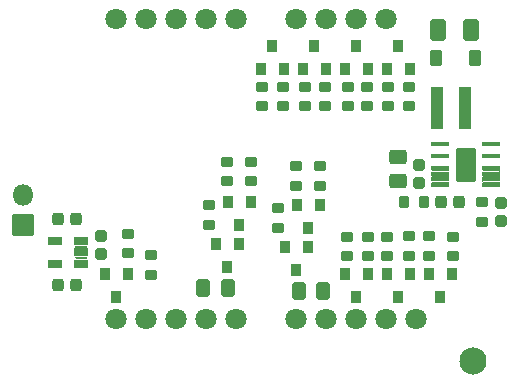
<source format=gbr>
%TF.GenerationSoftware,KiCad,Pcbnew,6.0.6-1.fc35*%
%TF.CreationDate,2022-07-26T21:01:35+02:00*%
%TF.ProjectId,Nixiewatch,4e697869-6577-4617-9463-682e6b696361,rev?*%
%TF.SameCoordinates,Original*%
%TF.FileFunction,Soldermask,Top*%
%TF.FilePolarity,Negative*%
%FSLAX46Y46*%
G04 Gerber Fmt 4.6, Leading zero omitted, Abs format (unit mm)*
G04 Created by KiCad (PCBNEW 6.0.6-1.fc35) date 2022-07-26 21:01:35*
%MOMM*%
%LPD*%
G01*
G04 APERTURE LIST*
G04 Aperture macros list*
%AMRoundRect*
0 Rectangle with rounded corners*
0 $1 Rounding radius*
0 $2 $3 $4 $5 $6 $7 $8 $9 X,Y pos of 4 corners*
0 Add a 4 corners polygon primitive as box body*
4,1,4,$2,$3,$4,$5,$6,$7,$8,$9,$2,$3,0*
0 Add four circle primitives for the rounded corners*
1,1,$1+$1,$2,$3*
1,1,$1+$1,$4,$5*
1,1,$1+$1,$6,$7*
1,1,$1+$1,$8,$9*
0 Add four rect primitives between the rounded corners*
20,1,$1+$1,$2,$3,$4,$5,0*
20,1,$1+$1,$4,$5,$6,$7,0*
20,1,$1+$1,$6,$7,$8,$9,0*
20,1,$1+$1,$8,$9,$2,$3,0*%
G04 Aperture macros list end*
%ADD10C,1.802000*%
%ADD11RoundRect,0.051000X0.850000X0.850000X-0.850000X0.850000X-0.850000X-0.850000X0.850000X-0.850000X0*%
%ADD12O,1.802000X1.802000*%
%ADD13C,2.302000*%
%ADD14RoundRect,0.276000X-0.250000X0.225000X-0.250000X-0.225000X0.250000X-0.225000X0.250000X0.225000X0*%
%ADD15RoundRect,0.276000X-0.225000X-0.250000X0.225000X-0.250000X0.225000X0.250000X-0.225000X0.250000X0*%
%ADD16RoundRect,0.251000X-0.275000X0.200000X-0.275000X-0.200000X0.275000X-0.200000X0.275000X0.200000X0*%
%ADD17RoundRect,0.051000X-0.400000X0.450000X-0.400000X-0.450000X0.400000X-0.450000X0.400000X0.450000X0*%
%ADD18RoundRect,0.051000X0.400000X-0.450000X0.400000X0.450000X-0.400000X0.450000X-0.400000X-0.450000X0*%
%ADD19RoundRect,0.251000X0.275000X-0.200000X0.275000X0.200000X-0.275000X0.200000X-0.275000X-0.200000X0*%
%ADD20RoundRect,0.301000X-0.325000X-0.450000X0.325000X-0.450000X0.325000X0.450000X-0.325000X0.450000X0*%
%ADD21RoundRect,0.051000X0.530000X0.325000X-0.530000X0.325000X-0.530000X-0.325000X0.530000X-0.325000X0*%
%ADD22RoundRect,0.251000X-0.200000X-0.275000X0.200000X-0.275000X0.200000X0.275000X-0.200000X0.275000X0*%
%ADD23RoundRect,0.301000X-0.450000X0.325000X-0.450000X-0.325000X0.450000X-0.325000X0.450000X0.325000X0*%
%ADD24RoundRect,0.126000X-0.650000X-0.075000X0.650000X-0.075000X0.650000X0.075000X-0.650000X0.075000X0*%
%ADD25RoundRect,0.300999X-0.575501X-1.172501X0.575501X-1.172501X0.575501X1.172501X-0.575501X1.172501X0*%
%ADD26RoundRect,0.051000X-0.490000X-1.700000X0.490000X-1.700000X0.490000X1.700000X-0.490000X1.700000X0*%
%ADD27RoundRect,0.301000X-0.375000X-0.625000X0.375000X-0.625000X0.375000X0.625000X-0.375000X0.625000X0*%
%ADD28RoundRect,0.051000X0.450000X0.600000X-0.450000X0.600000X-0.450000X-0.600000X0.450000X-0.600000X0*%
G04 APERTURE END LIST*
D10*
%TO.C,IC2*%
X79492001Y-60794000D03*
X82032001Y-60794000D03*
X84572001Y-60794000D03*
X87112001Y-60794000D03*
X89652001Y-60794000D03*
X94732001Y-60794000D03*
X97272001Y-60794000D03*
X99812001Y-60794000D03*
X102352001Y-60794000D03*
X104892001Y-60794000D03*
X102352001Y-35394000D03*
X99812001Y-35394000D03*
X97272001Y-35394000D03*
X94732001Y-35394000D03*
X89652001Y-35394000D03*
X87112001Y-35394000D03*
X84572001Y-35394000D03*
X82032001Y-35394000D03*
X79492001Y-35394000D03*
%TD*%
D11*
%TO.C,J1*%
X71600000Y-52775000D03*
D12*
X71600000Y-50235000D03*
%TD*%
D13*
%TO.C,H1*%
X109684500Y-64334500D03*
%TD*%
D14*
%TO.C,C11*%
X78232000Y-53722000D03*
X78232000Y-55272000D03*
%TD*%
D15*
%TO.C,C12*%
X74550000Y-52324000D03*
X76100000Y-52324000D03*
%TD*%
D16*
%TO.C,R20*%
X102500000Y-41075000D03*
X102500000Y-42725000D03*
%TD*%
D17*
%TO.C,Q11*%
X95692000Y-54626000D03*
X93792000Y-54626000D03*
X94742000Y-56626000D03*
%TD*%
D18*
%TO.C,Q7*%
X95316000Y-39608000D03*
X97216000Y-39608000D03*
X96266000Y-37608000D03*
%TD*%
D17*
%TO.C,Q9*%
X89850000Y-54372000D03*
X87950000Y-54372000D03*
X88900000Y-56372000D03*
%TD*%
D19*
%TO.C,R19*%
X104300000Y-55400000D03*
X104300000Y-53750000D03*
%TD*%
%TO.C,R18*%
X100800000Y-55425000D03*
X100800000Y-53775000D03*
%TD*%
%TO.C,R17*%
X80518000Y-55181000D03*
X80518000Y-53531000D03*
%TD*%
D18*
%TO.C,Q8*%
X91760000Y-39608000D03*
X93660000Y-39608000D03*
X92710000Y-37608000D03*
%TD*%
D17*
%TO.C,Q5*%
X100772000Y-56912000D03*
X98872000Y-56912000D03*
X99822000Y-58912000D03*
%TD*%
D18*
%TO.C,Q2*%
X98872000Y-39608000D03*
X100772000Y-39608000D03*
X99822000Y-37608000D03*
%TD*%
D19*
%TO.C,R25*%
X90932000Y-49085000D03*
X90932000Y-47435000D03*
%TD*%
D20*
%TO.C,R24*%
X86868000Y-58166000D03*
X88918000Y-58166000D03*
%TD*%
D15*
%TO.C,C17*%
X74550000Y-57912000D03*
X76100000Y-57912000D03*
%TD*%
D17*
%TO.C,Q1*%
X107884000Y-56912000D03*
X105984000Y-56912000D03*
X106934000Y-58912000D03*
%TD*%
%TO.C,Q6*%
X80452000Y-56912000D03*
X78552000Y-56912000D03*
X79502000Y-58912000D03*
%TD*%
%TO.C,Q10*%
X90866000Y-50816000D03*
X88966000Y-50816000D03*
X89916000Y-52816000D03*
%TD*%
%TO.C,Q4*%
X104328000Y-56912000D03*
X102428000Y-56912000D03*
X103378000Y-58912000D03*
%TD*%
%TO.C,Q12*%
X96708000Y-51070000D03*
X94808000Y-51070000D03*
X95758000Y-53070000D03*
%TD*%
D16*
%TO.C,R27*%
X93218000Y-51386000D03*
X93218000Y-53036000D03*
%TD*%
%TO.C,R26*%
X88900000Y-47435000D03*
X88900000Y-49085000D03*
%TD*%
%TO.C,R23*%
X87376000Y-51132000D03*
X87376000Y-52782000D03*
%TD*%
D19*
%TO.C,R22*%
X108000000Y-55456000D03*
X108000000Y-53806000D03*
%TD*%
D16*
%TO.C,R16*%
X95500000Y-41075000D03*
X95500000Y-42725000D03*
%TD*%
%TO.C,R15*%
X91800000Y-41075000D03*
X91800000Y-42725000D03*
%TD*%
D21*
%TO.C,U3*%
X76538000Y-56068000D03*
X76538000Y-55118000D03*
X76538000Y-54168000D03*
X74338000Y-54168000D03*
X74338000Y-56068000D03*
%TD*%
D16*
%TO.C,R30*%
X94742000Y-47830000D03*
X94742000Y-49480000D03*
%TD*%
D18*
%TO.C,Q3*%
X102428000Y-39608000D03*
X104328000Y-39608000D03*
X103378000Y-37608000D03*
%TD*%
D19*
%TO.C,R29*%
X96774000Y-49480000D03*
X96774000Y-47830000D03*
%TD*%
D20*
%TO.C,R28*%
X94987000Y-58420000D03*
X97037000Y-58420000D03*
%TD*%
D16*
%TO.C,R21*%
X99100000Y-41075000D03*
X99100000Y-42725000D03*
%TD*%
%TO.C,R1*%
X110500000Y-50875000D03*
X110500000Y-52525000D03*
%TD*%
D22*
%TO.C,R2*%
X103875000Y-50890000D03*
X105525000Y-50890000D03*
%TD*%
D23*
%TO.C,C1*%
X103349000Y-47065000D03*
X103349000Y-49115000D03*
%TD*%
D15*
%TO.C,C3*%
X106974000Y-50890000D03*
X108524000Y-50890000D03*
%TD*%
D14*
%TO.C,C4*%
X105149000Y-47677000D03*
X105149000Y-49227000D03*
%TD*%
D24*
%TO.C,IC1*%
X106935000Y-45940000D03*
X106935000Y-46940000D03*
X106935000Y-47940000D03*
X106935000Y-48440000D03*
X106935000Y-48940000D03*
X106935000Y-49440000D03*
X111235000Y-49440000D03*
X111235000Y-48940000D03*
X111235000Y-48440000D03*
X111235000Y-47940000D03*
X111235000Y-46940000D03*
X111235000Y-45940000D03*
D25*
X109085000Y-47690000D03*
%TD*%
D26*
%TO.C,L1*%
X106630000Y-42864000D03*
X109000000Y-42864000D03*
%TD*%
D14*
%TO.C,C2*%
X112100000Y-50950000D03*
X112100000Y-52500000D03*
%TD*%
D27*
%TO.C,C5*%
X106700000Y-36300000D03*
X109500000Y-36300000D03*
%TD*%
D19*
%TO.C,R36*%
X102400000Y-55425000D03*
X102400000Y-53775000D03*
%TD*%
%TO.C,R37*%
X99000000Y-55425000D03*
X99000000Y-53775000D03*
%TD*%
%TO.C,R33*%
X106000000Y-55400000D03*
X106000000Y-53750000D03*
%TD*%
D16*
%TO.C,R35*%
X104300000Y-41075000D03*
X104300000Y-42725000D03*
%TD*%
%TO.C,R39*%
X97200000Y-41075000D03*
X97200000Y-42725000D03*
%TD*%
D28*
%TO.C,D1*%
X109850000Y-38700000D03*
X106550000Y-38700000D03*
%TD*%
D16*
%TO.C,R34*%
X100700000Y-41075000D03*
X100700000Y-42725000D03*
%TD*%
%TO.C,R40*%
X93600000Y-41075000D03*
X93600000Y-42725000D03*
%TD*%
D19*
%TO.C,R38*%
X82400000Y-57025000D03*
X82400000Y-55375000D03*
%TD*%
G36*
X77084668Y-55489665D02*
G01*
X77085058Y-55491627D01*
X77084699Y-55492267D01*
X77041511Y-55543946D01*
X77032880Y-55612661D01*
X77062844Y-55675291D01*
X77083682Y-55693348D01*
X77084336Y-55695238D01*
X77083026Y-55696749D01*
X77081982Y-55696821D01*
X77067801Y-55694000D01*
X76008199Y-55694000D01*
X75993226Y-55696978D01*
X75991332Y-55696335D01*
X75990942Y-55694373D01*
X75991301Y-55693733D01*
X76034489Y-55642054D01*
X76043120Y-55573339D01*
X76013156Y-55510709D01*
X75992318Y-55492652D01*
X75991664Y-55490762D01*
X75992974Y-55489251D01*
X75994018Y-55489179D01*
X76008199Y-55492000D01*
X77067801Y-55492000D01*
X77082774Y-55489022D01*
X77084668Y-55489665D01*
G37*
G36*
X77084668Y-54539665D02*
G01*
X77085058Y-54541627D01*
X77084699Y-54542267D01*
X77041511Y-54593946D01*
X77032880Y-54662661D01*
X77062844Y-54725291D01*
X77083682Y-54743348D01*
X77084336Y-54745238D01*
X77083026Y-54746749D01*
X77081982Y-54746821D01*
X77067801Y-54744000D01*
X76008199Y-54744000D01*
X75993226Y-54746978D01*
X75991332Y-54746335D01*
X75990942Y-54744373D01*
X75991301Y-54743733D01*
X76034489Y-54692054D01*
X76043120Y-54623339D01*
X76013156Y-54560709D01*
X75992318Y-54542652D01*
X75991664Y-54540762D01*
X75992974Y-54539251D01*
X75994018Y-54539179D01*
X76008199Y-54542000D01*
X77067801Y-54542000D01*
X77082774Y-54539022D01*
X77084668Y-54539665D01*
G37*
G36*
X106202234Y-49105919D02*
G01*
X106237561Y-49129524D01*
X106285199Y-49139000D01*
X107584801Y-49139000D01*
X107632439Y-49129524D01*
X107667766Y-49105919D01*
X107669762Y-49105788D01*
X107670873Y-49107451D01*
X107670540Y-49108693D01*
X107662033Y-49121425D01*
X107641253Y-49187789D01*
X107662042Y-49258589D01*
X107670540Y-49271307D01*
X107670671Y-49273303D01*
X107669008Y-49274414D01*
X107667766Y-49274081D01*
X107632439Y-49250476D01*
X107584801Y-49241000D01*
X106285199Y-49241000D01*
X106237561Y-49250476D01*
X106202234Y-49274081D01*
X106200238Y-49274212D01*
X106199127Y-49272549D01*
X106199460Y-49271307D01*
X106207967Y-49258575D01*
X106228747Y-49192211D01*
X106207958Y-49121411D01*
X106199460Y-49108693D01*
X106199329Y-49106697D01*
X106200992Y-49105586D01*
X106202234Y-49105919D01*
G37*
G36*
X110502234Y-49105919D02*
G01*
X110537561Y-49129524D01*
X110585199Y-49139000D01*
X111884801Y-49139000D01*
X111932439Y-49129524D01*
X111967766Y-49105919D01*
X111969762Y-49105788D01*
X111970873Y-49107451D01*
X111970540Y-49108693D01*
X111962033Y-49121425D01*
X111941253Y-49187789D01*
X111962042Y-49258589D01*
X111970540Y-49271307D01*
X111970671Y-49273303D01*
X111969008Y-49274414D01*
X111967766Y-49274081D01*
X111932439Y-49250476D01*
X111884801Y-49241000D01*
X110585199Y-49241000D01*
X110537561Y-49250476D01*
X110502234Y-49274081D01*
X110500238Y-49274212D01*
X110499127Y-49272549D01*
X110499460Y-49271307D01*
X110507967Y-49258575D01*
X110528747Y-49192211D01*
X110507958Y-49121411D01*
X110499460Y-49108693D01*
X110499329Y-49106697D01*
X110500992Y-49105586D01*
X110502234Y-49105919D01*
G37*
G36*
X110502234Y-48605919D02*
G01*
X110537561Y-48629524D01*
X110585199Y-48639000D01*
X111884801Y-48639000D01*
X111932439Y-48629524D01*
X111967766Y-48605919D01*
X111969762Y-48605788D01*
X111970873Y-48607451D01*
X111970540Y-48608693D01*
X111962033Y-48621425D01*
X111941253Y-48687789D01*
X111962042Y-48758589D01*
X111970540Y-48771307D01*
X111970671Y-48773303D01*
X111969008Y-48774414D01*
X111967766Y-48774081D01*
X111932439Y-48750476D01*
X111884801Y-48741000D01*
X110585199Y-48741000D01*
X110537561Y-48750476D01*
X110502234Y-48774081D01*
X110500238Y-48774212D01*
X110499127Y-48772549D01*
X110499460Y-48771307D01*
X110507967Y-48758575D01*
X110528747Y-48692211D01*
X110507958Y-48621411D01*
X110499460Y-48608693D01*
X110499329Y-48606697D01*
X110500992Y-48605586D01*
X110502234Y-48605919D01*
G37*
G36*
X106202234Y-48605919D02*
G01*
X106237561Y-48629524D01*
X106285199Y-48639000D01*
X107584801Y-48639000D01*
X107632439Y-48629524D01*
X107667766Y-48605919D01*
X107669762Y-48605788D01*
X107670873Y-48607451D01*
X107670540Y-48608693D01*
X107662033Y-48621425D01*
X107641253Y-48687789D01*
X107662042Y-48758589D01*
X107670540Y-48771307D01*
X107670671Y-48773303D01*
X107669008Y-48774414D01*
X107667766Y-48774081D01*
X107632439Y-48750476D01*
X107584801Y-48741000D01*
X106285199Y-48741000D01*
X106237561Y-48750476D01*
X106202234Y-48774081D01*
X106200238Y-48774212D01*
X106199127Y-48772549D01*
X106199460Y-48771307D01*
X106207967Y-48758575D01*
X106228747Y-48692211D01*
X106207958Y-48621411D01*
X106199460Y-48608693D01*
X106199329Y-48606697D01*
X106200992Y-48605586D01*
X106202234Y-48605919D01*
G37*
G36*
X106202234Y-48105919D02*
G01*
X106237561Y-48129524D01*
X106285199Y-48139000D01*
X107584801Y-48139000D01*
X107632439Y-48129524D01*
X107667766Y-48105919D01*
X107669762Y-48105788D01*
X107670873Y-48107451D01*
X107670540Y-48108693D01*
X107662033Y-48121425D01*
X107641253Y-48187789D01*
X107662042Y-48258589D01*
X107670540Y-48271307D01*
X107670671Y-48273303D01*
X107669008Y-48274414D01*
X107667766Y-48274081D01*
X107632439Y-48250476D01*
X107584801Y-48241000D01*
X106285199Y-48241000D01*
X106237561Y-48250476D01*
X106202234Y-48274081D01*
X106200238Y-48274212D01*
X106199127Y-48272549D01*
X106199460Y-48271307D01*
X106207967Y-48258575D01*
X106228747Y-48192211D01*
X106207958Y-48121411D01*
X106199460Y-48108693D01*
X106199329Y-48106697D01*
X106200992Y-48105586D01*
X106202234Y-48105919D01*
G37*
G36*
X110502234Y-48105919D02*
G01*
X110537561Y-48129524D01*
X110585199Y-48139000D01*
X111884801Y-48139000D01*
X111932439Y-48129524D01*
X111967766Y-48105919D01*
X111969762Y-48105788D01*
X111970873Y-48107451D01*
X111970540Y-48108693D01*
X111962033Y-48121425D01*
X111941253Y-48187789D01*
X111962042Y-48258589D01*
X111970540Y-48271307D01*
X111970671Y-48273303D01*
X111969008Y-48274414D01*
X111967766Y-48274081D01*
X111932439Y-48250476D01*
X111884801Y-48241000D01*
X110585199Y-48241000D01*
X110537561Y-48250476D01*
X110502234Y-48274081D01*
X110500238Y-48274212D01*
X110499127Y-48272549D01*
X110499460Y-48271307D01*
X110507967Y-48258575D01*
X110528747Y-48192211D01*
X110507958Y-48121411D01*
X110499460Y-48108693D01*
X110499329Y-48106697D01*
X110500992Y-48105586D01*
X110502234Y-48105919D01*
G37*
M02*

</source>
